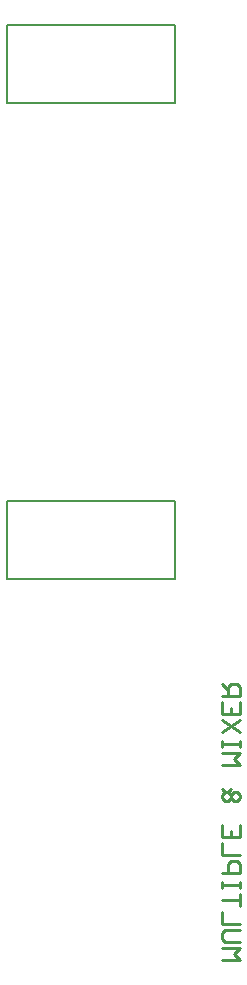
<source format=gbo>
G04 Layer_Color=32896*
%FSLAX25Y25*%
%MOIN*%
G70*
G01*
G75*
%ADD22C,0.00787*%
%ADD23C,0.01000*%
D22*
X88583Y294094D02*
Y320079D01*
X32677D02*
X88583D01*
X32677Y294094D02*
Y320079D01*
Y294094D02*
X88583D01*
X32677Y135433D02*
X88583D01*
X32677D02*
Y161417D01*
X88583D01*
Y135433D02*
Y161417D01*
D23*
X104331Y8268D02*
X110329D01*
X108329Y10267D01*
X110329Y12266D01*
X104331D01*
X110329Y14266D02*
X105330D01*
X104331Y15266D01*
Y17265D01*
X105330Y18264D01*
X110329D01*
Y20264D02*
X104331D01*
Y24262D01*
X110329Y26262D02*
Y30261D01*
Y28261D01*
X104331D01*
X110329Y32260D02*
Y34259D01*
Y33260D01*
X104331D01*
Y32260D01*
Y34259D01*
Y37258D02*
X110329D01*
Y40257D01*
X109329Y41257D01*
X107330D01*
X106330Y40257D01*
Y37258D01*
X110329Y43256D02*
X104331D01*
Y47255D01*
X110329Y53253D02*
Y49255D01*
X104331D01*
Y53253D01*
X107330Y49255D02*
Y51254D01*
X104331Y65249D02*
X105330Y64250D01*
X104331Y63250D01*
Y62250D01*
X105330Y61251D01*
X106330D01*
X107330Y62250D01*
X108329Y61251D01*
X109329D01*
X110329Y62250D01*
Y63250D01*
X109329Y64250D01*
X108329D01*
X107330Y63250D01*
X106330Y64250D01*
X105330D01*
X107330Y65249D02*
X106330Y64250D01*
X107330Y62250D02*
Y63250D01*
X104331Y73247D02*
X110329D01*
X108329Y75246D01*
X110329Y77245D01*
X104331D01*
X110329Y79245D02*
Y81244D01*
Y80244D01*
X104331D01*
Y79245D01*
Y81244D01*
X110329Y84243D02*
X104331Y88242D01*
X110329D02*
X104331Y84243D01*
X110329Y94240D02*
Y90241D01*
X104331D01*
Y94240D01*
X107330Y90241D02*
Y92241D01*
X104331Y96239D02*
X110329D01*
Y99238D01*
X109329Y100238D01*
X107330D01*
X106330Y99238D01*
Y96239D01*
Y98239D02*
X104331Y100238D01*
M02*

</source>
